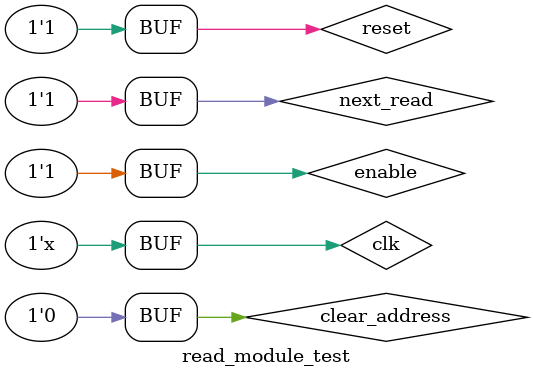
<source format=sv>
`timescale 1ns / 1ps


module read_module_test();

  localparam  ADDRESS_WIDTH = 3;
  localparam  MEMORY_DEPTH = 8;
  localparam  WAIT_READ_CYCLES = 3;
  logic clk, reset, enable, read_done, next_read, clear_address, read_flag, read_op_done;
  logic [ADDRESS_WIDTH-1:0] address_a, address_b;

  read_fsm_control #(
  .ADDRESS_WIDTH(ADDRESS_WIDTH),
  .MEMORY_DEPTH(MEMORY_DEPTH),
  .WAIT_READ_CYCLES(WAIT_READ_CYCLES)
  )
  READ_MAIN_FSM
  (
    .clk(clk),
    .reset(reset),
    .enable(enable),
    .next_read(next_read),
    .clear_address(clear_address),
    .read_flag(read_flag),
    .read_done(read_done),
    .read_op_done(read_op_done),
    .read_address_a(address_a),
    .read_address_b(address_b)
  );

  always #5 clk = ~clk;
  initial begin
    clk = 1'b0;
    reset = 1'b0;
    enable = 1'b0;
    next_read = 1'b0;
    clear_address = 1'b0;
    #10
    reset = 1'b1;
    #20
    enable = 1'b1;
    #50
    next_read = 1'b1;

  end

endmodule

</source>
